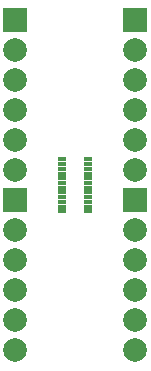
<source format=gts>
G04*
G04 #@! TF.GenerationSoftware,Altium Limited,Altium Designer,21.2.2 (38)*
G04*
G04 Layer_Color=8388736*
%FSAX44Y44*%
%MOMM*%
G71*
G04*
G04 #@! TF.SameCoordinates,B3D4D19D-0097-4332-AE52-39C81B215F30*
G04*
G04*
G04 #@! TF.FilePolarity,Negative*
G04*
G01*
G75*
%ADD13R,0.6732X0.4332*%
%ADD14C,2.0032*%
%ADD15R,2.0032X2.0032*%
D13*
X00312900Y00390750D02*
D03*
Y00394750D02*
D03*
Y00398750D02*
D03*
Y00402750D02*
D03*
Y00406750D02*
D03*
Y00410750D02*
D03*
Y00414750D02*
D03*
Y00418750D02*
D03*
Y00422750D02*
D03*
Y00426750D02*
D03*
Y00430750D02*
D03*
Y00434750D02*
D03*
X00334800Y00390750D02*
D03*
Y00394750D02*
D03*
Y00398750D02*
D03*
Y00402750D02*
D03*
Y00406750D02*
D03*
Y00410750D02*
D03*
Y00414750D02*
D03*
Y00418750D02*
D03*
Y00422750D02*
D03*
Y00426750D02*
D03*
Y00430750D02*
D03*
Y00434750D02*
D03*
D14*
X00374650Y00425450D02*
D03*
Y00450850D02*
D03*
X00374650Y00476250D02*
D03*
X00374650Y00527050D02*
D03*
X00374650Y00501650D02*
D03*
X00374650Y00273050D02*
D03*
Y00298450D02*
D03*
X00374650Y00323850D02*
D03*
X00374650Y00374650D02*
D03*
X00374650Y00349250D02*
D03*
X00273050Y00425450D02*
D03*
X00273050Y00450850D02*
D03*
X00273050Y00476250D02*
D03*
X00273050Y00527050D02*
D03*
Y00501650D02*
D03*
X00273050Y00273050D02*
D03*
Y00298450D02*
D03*
X00273050Y00323850D02*
D03*
X00273050Y00374650D02*
D03*
X00273050Y00349250D02*
D03*
D15*
X00374650Y00552450D02*
D03*
Y00400050D02*
D03*
X00273050Y00552450D02*
D03*
X00273050Y00400050D02*
D03*
M02*

</source>
